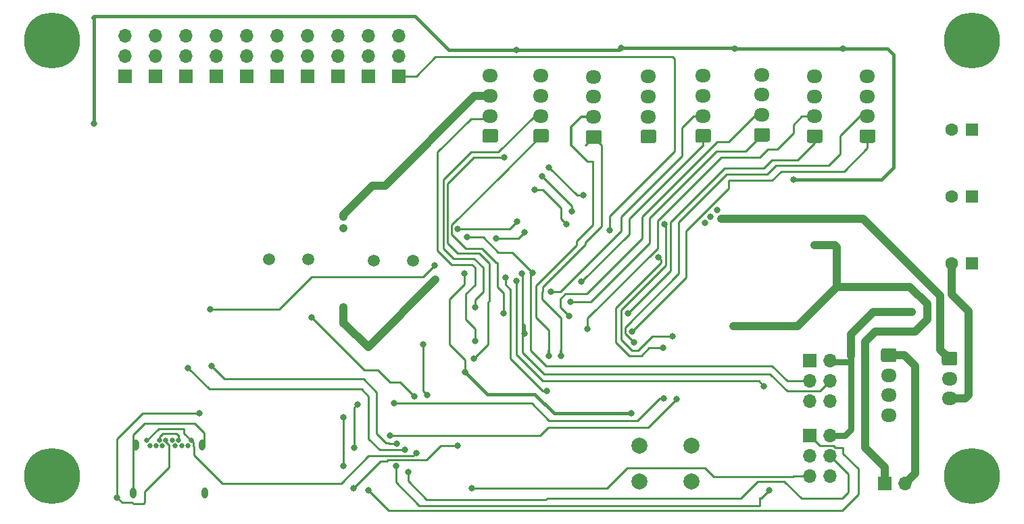
<source format=gbr>
%TF.GenerationSoftware,KiCad,Pcbnew,(5.1.9)-1*%
%TF.CreationDate,2021-03-02T01:46:48-05:00*%
%TF.ProjectId,sailboatController,7361696c-626f-4617-9443-6f6e74726f6c,rev?*%
%TF.SameCoordinates,Original*%
%TF.FileFunction,Copper,L2,Bot*%
%TF.FilePolarity,Positive*%
%FSLAX46Y46*%
G04 Gerber Fmt 4.6, Leading zero omitted, Abs format (unit mm)*
G04 Created by KiCad (PCBNEW (5.1.9)-1) date 2021-03-02 01:46:48*
%MOMM*%
%LPD*%
G01*
G04 APERTURE LIST*
%TA.AperFunction,ComponentPad*%
%ADD10O,1.700000X1.700000*%
%TD*%
%TA.AperFunction,ComponentPad*%
%ADD11R,1.700000X1.700000*%
%TD*%
%TA.AperFunction,ComponentPad*%
%ADD12C,1.600000*%
%TD*%
%TA.AperFunction,ComponentPad*%
%ADD13R,1.600000X1.600000*%
%TD*%
%TA.AperFunction,ComponentPad*%
%ADD14C,0.800000*%
%TD*%
%TA.AperFunction,ComponentPad*%
%ADD15C,7.000000*%
%TD*%
%TA.AperFunction,ComponentPad*%
%ADD16O,1.950000X1.700000*%
%TD*%
%TA.AperFunction,ComponentPad*%
%ADD17C,2.000000*%
%TD*%
%TA.AperFunction,ComponentPad*%
%ADD18C,0.650000*%
%TD*%
%TA.AperFunction,ComponentPad*%
%ADD19O,0.800000X1.400000*%
%TD*%
%TA.AperFunction,ComponentPad*%
%ADD20C,1.500000*%
%TD*%
%TA.AperFunction,ViaPad*%
%ADD21C,0.800000*%
%TD*%
%TA.AperFunction,Conductor*%
%ADD22C,0.400000*%
%TD*%
%TA.AperFunction,Conductor*%
%ADD23C,0.250000*%
%TD*%
%TA.AperFunction,Conductor*%
%ADD24C,1.000000*%
%TD*%
%TA.AperFunction,Conductor*%
%ADD25C,0.300000*%
%TD*%
%TA.AperFunction,Conductor*%
%ADD26C,0.800000*%
%TD*%
G04 APERTURE END LIST*
D10*
%TO.P,J5,2*%
%TO.N,Net-(2s_battery_pin1-Pad1)*%
X114808000Y-49149000D03*
D11*
%TO.P,J5,1*%
%TO.N,Net-(J5-Pad1)*%
X112268000Y-49149000D03*
%TD*%
D12*
%TO.P,Cb3,2*%
%TO.N,GND*%
X120690000Y-21590000D03*
D13*
%TO.P,Cb3,1*%
%TO.N,USB_VIN*%
X123190000Y-21590000D03*
%TD*%
D12*
%TO.P,Cb2,2*%
%TO.N,GND*%
X120690000Y-13208000D03*
D13*
%TO.P,Cb2,1*%
%TO.N,USB_VIN*%
X123190000Y-13208000D03*
%TD*%
D12*
%TO.P,Cb1,2*%
%TO.N,GND*%
X120690000Y-4826000D03*
D13*
%TO.P,Cb1,1*%
%TO.N,USB_VIN*%
X123190000Y-4826000D03*
%TD*%
D14*
%TO.P,H4,1*%
%TO.N,N/C*%
X125046155Y8206155D03*
X123190000Y8975000D03*
X121333845Y8206155D03*
X120565000Y6350000D03*
X121333845Y4493845D03*
X123190000Y3725000D03*
X125046155Y4493845D03*
X125815000Y6350000D03*
D15*
X123190000Y6350000D03*
%TD*%
D14*
%TO.P,H3,1*%
%TO.N,N/C*%
X9857155Y8206155D03*
X8001000Y8975000D03*
X6144845Y8206155D03*
X5376000Y6350000D03*
X6144845Y4493845D03*
X8001000Y3725000D03*
X9857155Y4493845D03*
X10626000Y6350000D03*
D15*
X8001000Y6350000D03*
%TD*%
D14*
%TO.P,H2,1*%
%TO.N,N/C*%
X9857155Y-46403845D03*
X8001000Y-45635000D03*
X6144845Y-46403845D03*
X5376000Y-48260000D03*
X6144845Y-50116155D03*
X8001000Y-50885000D03*
X9857155Y-50116155D03*
X10626000Y-48260000D03*
D15*
X8001000Y-48260000D03*
%TD*%
D14*
%TO.P,H1,1*%
%TO.N,N/C*%
X125046155Y-46403845D03*
X123190000Y-45635000D03*
X121333845Y-46403845D03*
X120565000Y-48260000D03*
X121333845Y-50116155D03*
X123190000Y-50885000D03*
X125046155Y-50116155D03*
X125815000Y-48260000D03*
D15*
X123190000Y-48260000D03*
%TD*%
D16*
%TO.P,Windvane1,4*%
%TO.N,Net-(JP2-Pad2)*%
X89535000Y1912000D03*
%TO.P,Windvane1,3*%
%TO.N,GND*%
X89535000Y-588000D03*
%TO.P,Windvane1,2*%
%TO.N,Int0_B*%
X89535000Y-3088000D03*
%TO.P,Windvane1,1*%
%TO.N,Int0_A*%
%TA.AperFunction,ComponentPad*%
G36*
G01*
X90260000Y-6438000D02*
X88810000Y-6438000D01*
G75*
G02*
X88560000Y-6188000I0J250000D01*
G01*
X88560000Y-4988000D01*
G75*
G02*
X88810000Y-4738000I250000J0D01*
G01*
X90260000Y-4738000D01*
G75*
G02*
X90510000Y-4988000I0J-250000D01*
G01*
X90510000Y-6188000D01*
G75*
G02*
X90260000Y-6438000I-250000J0D01*
G01*
G37*
%TD.AperFunction*%
%TD*%
%TO.P,Transceiver1,4*%
%TO.N,Net-(JP8-Pad2)*%
X82677000Y1825000D03*
%TO.P,Transceiver1,3*%
%TO.N,GND*%
X82677000Y-675000D03*
%TO.P,Transceiver1,2*%
%TO.N,wireless_tx*%
X82677000Y-3175000D03*
%TO.P,Transceiver1,1*%
%TO.N,wireless_rx*%
%TA.AperFunction,ComponentPad*%
G36*
G01*
X83402000Y-6525000D02*
X81952000Y-6525000D01*
G75*
G02*
X81702000Y-6275000I0J250000D01*
G01*
X81702000Y-5075000D01*
G75*
G02*
X81952000Y-4825000I250000J0D01*
G01*
X83402000Y-4825000D01*
G75*
G02*
X83652000Y-5075000I0J-250000D01*
G01*
X83652000Y-6275000D01*
G75*
G02*
X83402000Y-6525000I-250000J0D01*
G01*
G37*
%TD.AperFunction*%
%TD*%
%TO.P,GPS1,4*%
%TO.N,Net-(GPS1-Pad4)*%
X62865000Y1912000D03*
%TO.P,GPS1,3*%
%TO.N,GND*%
X62865000Y-588000D03*
%TO.P,GPS1,2*%
%TO.N,GPStx*%
X62865000Y-3088000D03*
%TO.P,GPS1,1*%
%TO.N,GPSrx*%
%TA.AperFunction,ComponentPad*%
G36*
G01*
X63590000Y-6438000D02*
X62140000Y-6438000D01*
G75*
G02*
X61890000Y-6188000I0J250000D01*
G01*
X61890000Y-4988000D01*
G75*
G02*
X62140000Y-4738000I250000J0D01*
G01*
X63590000Y-4738000D01*
G75*
G02*
X63840000Y-4988000I0J-250000D01*
G01*
X63840000Y-6188000D01*
G75*
G02*
X63590000Y-6438000I-250000J0D01*
G01*
G37*
%TD.AperFunction*%
%TD*%
%TO.P,extraSerial1,4*%
%TO.N,Net-(JP4-Pad2)*%
X75819000Y1785000D03*
%TO.P,extraSerial1,3*%
%TO.N,GND*%
X75819000Y-715000D03*
%TO.P,extraSerial1,2*%
%TO.N,extraTX*%
X75819000Y-3215000D03*
%TO.P,extraSerial1,1*%
%TO.N,extraRX*%
%TA.AperFunction,ComponentPad*%
G36*
G01*
X76544000Y-6565000D02*
X75094000Y-6565000D01*
G75*
G02*
X74844000Y-6315000I0J250000D01*
G01*
X74844000Y-5115000D01*
G75*
G02*
X75094000Y-4865000I250000J0D01*
G01*
X76544000Y-4865000D01*
G75*
G02*
X76794000Y-5115000I0J-250000D01*
G01*
X76794000Y-6315000D01*
G75*
G02*
X76544000Y-6565000I-250000J0D01*
G01*
G37*
%TD.AperFunction*%
%TD*%
%TO.P,Extra2,4*%
%TO.N,Net-(Extra2-Pad4)*%
X110109000Y1865000D03*
%TO.P,Extra2,3*%
%TO.N,GND*%
X110109000Y-635000D03*
%TO.P,Extra2,2*%
%TO.N,Int3_B*%
X110109000Y-3135000D03*
%TO.P,Extra2,1*%
%TO.N,Int3_A*%
%TA.AperFunction,ComponentPad*%
G36*
G01*
X110834000Y-6485000D02*
X109384000Y-6485000D01*
G75*
G02*
X109134000Y-6235000I0J250000D01*
G01*
X109134000Y-5035000D01*
G75*
G02*
X109384000Y-4785000I250000J0D01*
G01*
X110834000Y-4785000D01*
G75*
G02*
X111084000Y-5035000I0J-250000D01*
G01*
X111084000Y-6235000D01*
G75*
G02*
X110834000Y-6485000I-250000J0D01*
G01*
G37*
%TD.AperFunction*%
%TD*%
%TO.P,Extra1,4*%
%TO.N,Net-(Extra1-Pad4)*%
X103505000Y1865000D03*
%TO.P,Extra1,3*%
%TO.N,GND*%
X103505000Y-635000D03*
%TO.P,Extra1,2*%
%TO.N,Int2_B*%
X103505000Y-3135000D03*
%TO.P,Extra1,1*%
%TO.N,Int2_A*%
%TA.AperFunction,ComponentPad*%
G36*
G01*
X104230000Y-6485000D02*
X102780000Y-6485000D01*
G75*
G02*
X102530000Y-6235000I0J250000D01*
G01*
X102530000Y-5035000D01*
G75*
G02*
X102780000Y-4785000I250000J0D01*
G01*
X104230000Y-4785000D01*
G75*
G02*
X104480000Y-5035000I0J-250000D01*
G01*
X104480000Y-6235000D01*
G75*
G02*
X104230000Y-6485000I-250000J0D01*
G01*
G37*
%TD.AperFunction*%
%TD*%
%TO.P,BNO55,4*%
%TO.N,Net-(BNO55-Pad4)*%
X69215000Y1912000D03*
%TO.P,BNO55,3*%
%TO.N,GND*%
X69215000Y-588000D03*
%TO.P,BNO55,2*%
%TO.N,2560_SDA*%
X69215000Y-3088000D03*
%TO.P,BNO55,1*%
%TO.N,2560_SCL*%
%TA.AperFunction,ComponentPad*%
G36*
G01*
X69940000Y-6438000D02*
X68490000Y-6438000D01*
G75*
G02*
X68240000Y-6188000I0J250000D01*
G01*
X68240000Y-4988000D01*
G75*
G02*
X68490000Y-4738000I250000J0D01*
G01*
X69940000Y-4738000D01*
G75*
G02*
X70190000Y-4988000I0J-250000D01*
G01*
X70190000Y-6188000D01*
G75*
G02*
X69940000Y-6438000I-250000J0D01*
G01*
G37*
%TD.AperFunction*%
%TD*%
%TO.P,Anemometer1,4*%
%TO.N,Net-(Anemometer1-Pad4)*%
X96901000Y2039000D03*
%TO.P,Anemometer1,3*%
%TO.N,GND*%
X96901000Y-461000D03*
%TO.P,Anemometer1,2*%
%TO.N,Int1_B*%
X96901000Y-2961000D03*
%TO.P,Anemometer1,1*%
%TO.N,Int1_A*%
%TA.AperFunction,ComponentPad*%
G36*
G01*
X97626000Y-6311000D02*
X96176000Y-6311000D01*
G75*
G02*
X95926000Y-6061000I0J250000D01*
G01*
X95926000Y-4861000D01*
G75*
G02*
X96176000Y-4611000I250000J0D01*
G01*
X97626000Y-4611000D01*
G75*
G02*
X97876000Y-4861000I0J-250000D01*
G01*
X97876000Y-6061000D01*
G75*
G02*
X97626000Y-6311000I-250000J0D01*
G01*
G37*
%TD.AperFunction*%
%TD*%
%TO.P,3S_battery_pin1,4*%
%TO.N,GND*%
X112776000Y-40600000D03*
%TO.P,3S_battery_pin1,3*%
%TO.N,N/C*%
X112776000Y-38100000D03*
%TO.P,3S_battery_pin1,2*%
X112776000Y-35600000D03*
%TO.P,3S_battery_pin1,1*%
%TO.N,Net-(2s_battery_pin1-Pad1)*%
%TA.AperFunction,ComponentPad*%
G36*
G01*
X112051000Y-32250000D02*
X113501000Y-32250000D01*
G75*
G02*
X113751000Y-32500000I0J-250000D01*
G01*
X113751000Y-33700000D01*
G75*
G02*
X113501000Y-33950000I-250000J0D01*
G01*
X112051000Y-33950000D01*
G75*
G02*
X111801000Y-33700000I0J250000D01*
G01*
X111801000Y-32500000D01*
G75*
G02*
X112051000Y-32250000I250000J0D01*
G01*
G37*
%TD.AperFunction*%
%TD*%
%TO.P,2s_battery_pin1,3*%
%TO.N,GND*%
X120396000Y-38528000D03*
%TO.P,2s_battery_pin1,2*%
%TO.N,N/C*%
X120396000Y-36028000D03*
%TO.P,2s_battery_pin1,1*%
%TO.N,Net-(2s_battery_pin1-Pad1)*%
%TA.AperFunction,ComponentPad*%
G36*
G01*
X119671000Y-32678000D02*
X121121000Y-32678000D01*
G75*
G02*
X121371000Y-32928000I0J-250000D01*
G01*
X121371000Y-34128000D01*
G75*
G02*
X121121000Y-34378000I-250000J0D01*
G01*
X119671000Y-34378000D01*
G75*
G02*
X119421000Y-34128000I0J250000D01*
G01*
X119421000Y-32928000D01*
G75*
G02*
X119671000Y-32678000I250000J0D01*
G01*
G37*
%TD.AperFunction*%
%TD*%
D17*
%TO.P,SW1,1*%
%TO.N,2560_RESET*%
X88034000Y-44450000D03*
%TO.P,SW1,3*%
%TO.N,GND*%
X88034000Y-48950000D03*
%TO.P,SW1,2*%
%TO.N,2560_RESET*%
X81534000Y-44450000D03*
%TO.P,SW1,4*%
%TO.N,GND*%
X81534000Y-48950000D03*
%TD*%
D11*
%TO.P,PWM_I/O10,1*%
%TO.N,PWM9*%
X17145000Y1905000D03*
D10*
%TO.P,PWM_I/O10,2*%
%TO.N,USB_VIN*%
X17145000Y4445000D03*
%TO.P,PWM_I/O10,3*%
%TO.N,GND*%
X17145000Y6985000D03*
%TD*%
D11*
%TO.P,PWM_I/O9,1*%
%TO.N,PWM8*%
X20955000Y1905000D03*
D10*
%TO.P,PWM_I/O9,2*%
%TO.N,USB_VIN*%
X20955000Y4445000D03*
%TO.P,PWM_I/O9,3*%
%TO.N,GND*%
X20955000Y6985000D03*
%TD*%
D11*
%TO.P,PWM_I/O8,1*%
%TO.N,PWM7*%
X24765000Y1905000D03*
D10*
%TO.P,PWM_I/O8,2*%
%TO.N,USB_VIN*%
X24765000Y4445000D03*
%TO.P,PWM_I/O8,3*%
%TO.N,GND*%
X24765000Y6985000D03*
%TD*%
D11*
%TO.P,PWM_I/O7,1*%
%TO.N,PWM6*%
X28575000Y1905000D03*
D10*
%TO.P,PWM_I/O7,2*%
%TO.N,USB_VIN*%
X28575000Y4445000D03*
%TO.P,PWM_I/O7,3*%
%TO.N,GND*%
X28575000Y6985000D03*
%TD*%
D11*
%TO.P,PWM_I/O6,1*%
%TO.N,PWM5*%
X32385000Y1905000D03*
D10*
%TO.P,PWM_I/O6,2*%
%TO.N,USB_VIN*%
X32385000Y4445000D03*
%TO.P,PWM_I/O6,3*%
%TO.N,GND*%
X32385000Y6985000D03*
%TD*%
D11*
%TO.P,PWM_I/O5,1*%
%TO.N,PWM4*%
X36195000Y1905000D03*
D10*
%TO.P,PWM_I/O5,2*%
%TO.N,USB_VIN*%
X36195000Y4445000D03*
%TO.P,PWM_I/O5,3*%
%TO.N,GND*%
X36195000Y6985000D03*
%TD*%
D11*
%TO.P,PWM_I/O4,1*%
%TO.N,PWM3*%
X47625000Y1905000D03*
D10*
%TO.P,PWM_I/O4,2*%
%TO.N,USB_VIN*%
X47625000Y4445000D03*
%TO.P,PWM_I/O4,3*%
%TO.N,GND*%
X47625000Y6985000D03*
%TD*%
D11*
%TO.P,PWM_I/O3,1*%
%TO.N,PWM2*%
X51435000Y1905000D03*
D10*
%TO.P,PWM_I/O3,2*%
%TO.N,USB_VIN*%
X51435000Y4445000D03*
%TO.P,PWM_I/O3,3*%
%TO.N,GND*%
X51435000Y6985000D03*
%TD*%
D11*
%TO.P,PWM_I/O2,1*%
%TO.N,PWM1*%
X40005000Y1905000D03*
D10*
%TO.P,PWM_I/O2,2*%
%TO.N,USB_VIN*%
X40005000Y4445000D03*
%TO.P,PWM_I/O2,3*%
%TO.N,GND*%
X40005000Y6985000D03*
%TD*%
D11*
%TO.P,PWM_I/O1,1*%
%TO.N,PWM0*%
X43815000Y1905000D03*
D10*
%TO.P,PWM_I/O1,2*%
%TO.N,USB_VIN*%
X43815000Y4445000D03*
%TO.P,PWM_I/O1,3*%
%TO.N,GND*%
X43815000Y6985000D03*
%TD*%
D18*
%TO.P,J3,B11*%
%TO.N,N/C*%
X20206000Y-44488000D03*
%TO.P,J3,B10*%
X21006000Y-44488000D03*
%TO.P,J3,B8*%
X21806000Y-44488000D03*
%TO.P,J3,B5*%
%TO.N,Net-(J3-PadB5)*%
X23406000Y-44488000D03*
%TO.P,J3,B3*%
%TO.N,N/C*%
X24206000Y-44488000D03*
%TO.P,J3,B2*%
X25006000Y-44488000D03*
%TO.P,J3,B12*%
%TO.N,usb_ground*%
X19806000Y-43788000D03*
%TO.P,J3,B9*%
%TO.N,Net-(500ma1-Pad2)*%
X21406000Y-43788000D03*
%TO.P,J3,B7*%
%TO.N,Net-(J3-PadA7)*%
X22206000Y-43788000D03*
%TO.P,J3,B6*%
%TO.N,Net-(J3-PadA6)*%
X23006000Y-43788000D03*
%TO.P,J3,B4*%
%TO.N,Net-(500ma1-Pad2)*%
X23806000Y-43788000D03*
%TO.P,J3,B1*%
%TO.N,usb_ground*%
X25406000Y-43788000D03*
D19*
%TO.P,J3,S1*%
%TO.N,Net-(J3-PadS1)*%
X18116000Y-50338000D03*
X27096000Y-50338000D03*
X26736000Y-44388000D03*
X18476000Y-44388000D03*
%TD*%
D10*
%TO.P,J2,6*%
%TO.N,GND*%
X105410000Y-38862000D03*
%TO.P,J2,5*%
%TO.N,2560_RESET*%
X102870000Y-38862000D03*
%TO.P,J2,4*%
%TO.N,2560_MOSI*%
X105410000Y-36322000D03*
%TO.P,J2,3*%
%TO.N,2560_SCK*%
X102870000Y-36322000D03*
%TO.P,J2,2*%
%TO.N,USB_VIN*%
X105410000Y-33782000D03*
D11*
%TO.P,J2,1*%
%TO.N,2560_MISO*%
X102870000Y-33782000D03*
%TD*%
D10*
%TO.P,J1,6*%
%TO.N,GND*%
X105410000Y-48260000D03*
%TO.P,J1,5*%
%TO.N,8U2_RESET*%
X102870000Y-48260000D03*
%TO.P,J1,4*%
%TO.N,8U2_MOSI*%
X105410000Y-45720000D03*
%TO.P,J1,3*%
%TO.N,8U2_SCK*%
X102870000Y-45720000D03*
%TO.P,J1,2*%
%TO.N,USB_VIN*%
X105410000Y-43180000D03*
D11*
%TO.P,J1,1*%
%TO.N,8U2_MISO*%
X102870000Y-43180000D03*
%TD*%
D20*
%TO.P,Crystal2,2*%
%TO.N,atmega2560_clockPinA*%
X53140000Y-21209000D03*
%TO.P,Crystal2,1*%
%TO.N,atmega2560_clockPinB*%
X48260000Y-21209000D03*
%TD*%
%TO.P,Crystal1,2*%
%TO.N,8U2_XTAL2*%
X40059000Y-21082000D03*
%TO.P,Crystal1,1*%
%TO.N,8U2_XTAL1*%
X35179000Y-21082000D03*
%TD*%
D21*
%TO.N,GND*%
X47561500Y-32067500D03*
X44450000Y-46990000D03*
X44450000Y-40894000D03*
X56007000Y-23622000D03*
X44450000Y-17145000D03*
X44450000Y-15748000D03*
X44450000Y-29083000D03*
X44450000Y-28067000D03*
X44450000Y-27051000D03*
%TO.N,Net-(2s_battery_pin1-Pad1)*%
X91313000Y-14859000D03*
X91821000Y-16002000D03*
X90424000Y-15748000D03*
X89780000Y-16519000D03*
%TO.N,+3V3*%
X93472000Y5334000D03*
X107031000Y5334000D03*
X79218000Y5461000D03*
X66167000Y5207000D03*
X100838000Y-11049000D03*
X13208000Y-4064000D03*
%TO.N,Int1_B*%
X72771000Y-28194000D03*
%TO.N,Int1_A*%
X72898000Y-26416000D03*
%TO.N,Int3_B*%
X80899000Y-31496000D03*
%TO.N,Int3_A*%
X80645000Y-30099000D03*
%TO.N,2560_SDA*%
X60960000Y-27051000D03*
%TO.N,2560_SCL*%
X64516000Y-27813000D03*
%TO.N,8U2_XTAL1*%
X54997000Y-38106000D03*
X54483000Y-31750000D03*
%TO.N,8U2_XTAL2*%
X40513000Y-28321000D03*
X53340000Y-38227000D03*
%TO.N,usb_ground*%
X53613000Y-45358000D03*
%TO.N,Net-(C5-Pad2)*%
X45847000Y-44704000D03*
X46228000Y-39243000D03*
%TO.N,GPStx*%
X61006010Y-31288010D03*
%TO.N,GPSrx*%
X60833000Y-33528000D03*
X64643000Y-8255000D03*
%TO.N,extraTX*%
X70231000Y-33147000D03*
%TO.N,extraRX*%
X71755000Y-33147000D03*
%TO.N,8U2_RESET*%
X60579000Y-49784000D03*
%TO.N,8U2_MOSI*%
X52572000Y-47758000D03*
%TO.N,8U2_SCK*%
X51022000Y-46958000D03*
X97790000Y-50038000D03*
%TO.N,8U2_MISO*%
X47625000Y-50038000D03*
%TO.N,2560_RESET*%
X59690000Y-35179000D03*
X80518000Y-40386000D03*
X59589501Y-22833499D03*
%TO.N,2560_MOSI*%
X66802000Y-22860000D03*
X67183000Y-30353000D03*
%TO.N,2560_SCK*%
X68199000Y-22733000D03*
X59944000Y-18288000D03*
%TO.N,2560_MISO*%
X66167000Y-23749000D03*
X97155000Y-36957000D03*
X58801000Y-17272000D03*
X66230500Y-16319500D03*
%TO.N,Net-(J3-PadA7)*%
X16129000Y-50927000D03*
X26416000Y-40386000D03*
%TO.N,PWM0*%
X73088500Y-15049500D03*
X69342000Y-10668000D03*
%TO.N,PWM1*%
X72390000Y-16637000D03*
X68453000Y-12319000D03*
%TO.N,PWM2*%
X77851000Y-17399000D03*
%TO.N,PWM3*%
X74485000Y-13017000D03*
X70231000Y-9525000D03*
%TO.N,USB_D-*%
X51181000Y-44196000D03*
X27940000Y-34417000D03*
%TO.N,USB_D+*%
X52197000Y-44958000D03*
X25019000Y-34671000D03*
%TO.N,Net-(R9-Pad2)*%
X50800000Y-39116000D03*
X84582000Y-38481000D03*
%TO.N,ProgrammerRx*%
X84518500Y-32194500D03*
X83947000Y-20828000D03*
%TO.N,Net-(R10-Pad2)*%
X50292000Y-43180000D03*
X86233000Y-38608000D03*
%TO.N,ProgrammerTx*%
X85725000Y-30734000D03*
X84645500Y-16700500D03*
%TO.N,2560_CS*%
X27813000Y-27305000D03*
X55880000Y-21844000D03*
X67183000Y-17653000D03*
X63627000Y-18415000D03*
%TO.N,Int0_A*%
X74295000Y-23876000D03*
%TO.N,Int0_B*%
X70485000Y-25146000D03*
%TO.N,Int2_A*%
X80137000Y-27813000D03*
%TO.N,Int2_B*%
X75025000Y-29813000D03*
%TO.N,USB_VIN*%
X115697000Y-27686000D03*
X45720000Y-49784000D03*
X58801000Y-44450000D03*
X69977000Y-37592000D03*
X64738556Y-23336556D03*
%TO.N,Net-(J5-Pad1)*%
X103505000Y-19304000D03*
X104521000Y-19304000D03*
X105283000Y-19304000D03*
X106299000Y-19558000D03*
X93345000Y-29464000D03*
X94488000Y-29464000D03*
X95758000Y-29464000D03*
X97536000Y-29464000D03*
X98806000Y-29464000D03*
X99949000Y-29464000D03*
X100965000Y-29464000D03*
%TD*%
D22*
%TO.N,GND*%
X56070500Y-23558500D02*
X56007000Y-23622000D01*
D23*
X44450000Y-46990000D02*
X44450000Y-40894000D01*
X44450000Y-40894000D02*
X44450000Y-40894000D01*
D24*
X120396000Y-38528000D02*
X122381000Y-38528000D01*
X122381000Y-38528000D02*
X122809000Y-38100000D01*
X122809000Y-38100000D02*
X122809000Y-27559000D01*
X120690000Y-25440000D02*
X120690000Y-21590000D01*
X122809000Y-27559000D02*
X120690000Y-25440000D01*
X60890000Y-588000D02*
X49667000Y-11811000D01*
X62865000Y-588000D02*
X60890000Y-588000D01*
X49667000Y-11811000D02*
X48133000Y-11811000D01*
X48133000Y-11811000D02*
X44450000Y-15494000D01*
X44450000Y-15494000D02*
X44450000Y-15748000D01*
X44450000Y-17145000D02*
X44450000Y-17145000D01*
X44450000Y-27051000D02*
X44450000Y-29083000D01*
X44577000Y-29083000D02*
X47561500Y-32067500D01*
X44450000Y-29083000D02*
X44577000Y-29083000D01*
X47561500Y-32067500D02*
X56007000Y-23622000D01*
%TO.N,Net-(2s_battery_pin1-Pad1)*%
X112776000Y-33100000D02*
X114761000Y-33100000D01*
X114761000Y-33100000D02*
X116078000Y-34417000D01*
X116078000Y-47879000D02*
X114808000Y-49149000D01*
X116078000Y-34417000D02*
X116078000Y-47879000D01*
X119253000Y-32385000D02*
X120396000Y-33528000D01*
X119253000Y-25654000D02*
X119253000Y-32385000D01*
X109601000Y-16002000D02*
X119253000Y-25654000D01*
X91821000Y-16002000D02*
X109601000Y-16002000D01*
D23*
%TO.N,Net-(500ma1-Pad2)*%
X23806000Y-43328381D02*
X23876000Y-43258381D01*
X23806000Y-43788000D02*
X23806000Y-43328381D01*
X23876000Y-43258381D02*
X23543619Y-42926000D01*
X21406000Y-43328381D02*
X21406000Y-43788000D01*
X21808381Y-42926000D02*
X21406000Y-43328381D01*
X23543619Y-42926000D02*
X21808381Y-42926000D01*
D22*
%TO.N,+3V3*%
X78964000Y5207000D02*
X79218000Y5461000D01*
X66167000Y5207000D02*
X78964000Y5207000D01*
X93345000Y5461000D02*
X93472000Y5334000D01*
X79218000Y5461000D02*
X93345000Y5461000D01*
X93472000Y5334000D02*
X107031000Y5334000D01*
X107031000Y5334000D02*
X112649000Y5334000D01*
X112649000Y5334000D02*
X113411000Y4572000D01*
X113411000Y4572000D02*
X113411000Y-4577256D01*
X113411000Y-4577256D02*
X113411000Y-9525000D01*
X113411000Y-9525000D02*
X111887000Y-11049000D01*
X111887000Y-11049000D02*
X100838000Y-11049000D01*
X100838000Y-11049000D02*
X100838000Y-11049000D01*
X66167000Y5207000D02*
X57658000Y5207000D01*
X57658000Y5207000D02*
X53467000Y9398000D01*
X53467000Y9398000D02*
X13208000Y9398000D01*
X13208000Y9398000D02*
X13081000Y9271000D01*
X13208000Y9398000D02*
X13208000Y-4064000D01*
X13208000Y-4064000D02*
X13208000Y-4064000D01*
D23*
%TO.N,Int1_B*%
X96901000Y-2961000D02*
X96099000Y-2961000D01*
X96099000Y-2961000D02*
X92710000Y-6350000D01*
X92710000Y-6350000D02*
X91313000Y-6350000D01*
X91313000Y-6350000D02*
X81915000Y-15748000D01*
X81915000Y-15748000D02*
X81915000Y-18415000D01*
X72771000Y-28194000D02*
X71628000Y-27051000D01*
X71628000Y-27051000D02*
X71628000Y-26035000D01*
X71628000Y-26035000D02*
X72263000Y-25400000D01*
X74930000Y-25400000D02*
X81915000Y-18415000D01*
X72263000Y-25400000D02*
X74930000Y-25400000D01*
%TO.N,Int1_A*%
X72898000Y-26416000D02*
X75438000Y-26416000D01*
X75438000Y-26416000D02*
X82804000Y-19050000D01*
X82804000Y-19050000D02*
X82804000Y-15875000D01*
X82804000Y-15875000D02*
X91186000Y-7493000D01*
X94869000Y-7493000D02*
X96901000Y-5461000D01*
X91186000Y-7493000D02*
X94869000Y-7493000D01*
%TO.N,Int3_B*%
X110109000Y-3135000D02*
X109133000Y-3135000D01*
X109133000Y-3135000D02*
X106680000Y-5588000D01*
X106680000Y-7874000D02*
X105283000Y-9271000D01*
X106680000Y-5588000D02*
X106680000Y-7874000D01*
X105283000Y-9271000D02*
X98679000Y-9271000D01*
X98679000Y-9271000D02*
X97536000Y-10414000D01*
X97536000Y-10414000D02*
X92456000Y-10414000D01*
X92456000Y-10414000D02*
X86487000Y-16383000D01*
X86487000Y-16383000D02*
X86487000Y-22860000D01*
X86487000Y-22860000D02*
X79756000Y-29591000D01*
X79756000Y-29591000D02*
X79756000Y-30353000D01*
X79756000Y-30353000D02*
X80899000Y-31496000D01*
X80899000Y-31496000D02*
X80899000Y-31496000D01*
%TO.N,Int3_A*%
X110109000Y-5635000D02*
X110109000Y-7112000D01*
X110109000Y-7112000D02*
X107188000Y-10033000D01*
X107188000Y-10033000D02*
X99314000Y-10033000D01*
X99314000Y-10033000D02*
X98171000Y-11176000D01*
X98171000Y-11176000D02*
X92710000Y-11176000D01*
X92710000Y-12228765D02*
X87376000Y-17562765D01*
X92710000Y-11176000D02*
X92710000Y-12228765D01*
X87376000Y-17562765D02*
X87376000Y-23368000D01*
X87376000Y-23368000D02*
X80645000Y-30099000D01*
X80645000Y-30099000D02*
X80645000Y-30099000D01*
%TO.N,2560_SDA*%
X60960000Y-27051000D02*
X60960000Y-26162000D01*
X60960000Y-26162000D02*
X61976000Y-25146000D01*
X61976000Y-25146000D02*
X61976000Y-22098000D01*
X61976000Y-22098000D02*
X60833000Y-20955000D01*
X60833000Y-20955000D02*
X58293000Y-20955000D01*
X58293000Y-20955000D02*
X57023000Y-19685000D01*
X57023000Y-19685000D02*
X57023000Y-11049000D01*
X57023000Y-11049000D02*
X60452000Y-7620000D01*
X60452000Y-7620000D02*
X63881000Y-7620000D01*
X68413000Y-3088000D02*
X69215000Y-3088000D01*
X63881000Y-7620000D02*
X68413000Y-3088000D01*
%TO.N,2560_SCL*%
X64516000Y-27813000D02*
X64516000Y-25273000D01*
X64516000Y-25273000D02*
X63754000Y-24511000D01*
X63754000Y-24511000D02*
X63754000Y-21463000D01*
X63754000Y-21463000D02*
X63627000Y-21463000D01*
X63627000Y-21463000D02*
X61849000Y-19685000D01*
X61849000Y-19685000D02*
X59817000Y-19685000D01*
X59817000Y-19685000D02*
X58039000Y-17907000D01*
X58039000Y-16764000D02*
X64579500Y-10223500D01*
X58039000Y-17907000D02*
X58039000Y-16764000D01*
X64579500Y-10223500D02*
X69215000Y-5588000D01*
X63754000Y-11049000D02*
X64579500Y-10223500D01*
%TO.N,8U2_XTAL1*%
X54483000Y-37592000D02*
X54997000Y-38106000D01*
X54483000Y-31750000D02*
X54483000Y-37592000D01*
%TO.N,8U2_XTAL2*%
X53340000Y-38227000D02*
X51562000Y-36449000D01*
X51562000Y-36449000D02*
X50292000Y-36449000D01*
X50292000Y-36449000D02*
X48768000Y-34925000D01*
X47117000Y-34925000D02*
X40513000Y-28321000D01*
X48768000Y-34925000D02*
X47117000Y-34925000D01*
%TO.N,usb_ground*%
X19806000Y-43788000D02*
X21303000Y-42291000D01*
X21303000Y-42291000D02*
X24511000Y-42291000D01*
X24511000Y-42893000D02*
X25406000Y-43788000D01*
X24511000Y-42291000D02*
X24511000Y-42893000D01*
X53613000Y-45358000D02*
X53213001Y-45757999D01*
X25656001Y-44038001D02*
X25406000Y-43788000D01*
X25656001Y-44452001D02*
X25656001Y-44038001D01*
X25781000Y-44577000D02*
X25656001Y-44452001D01*
X25781000Y-45593000D02*
X25781000Y-44577000D01*
X53213001Y-45757999D02*
X47587001Y-45757999D01*
X47587001Y-45757999D02*
X44196000Y-49149000D01*
X44196000Y-49149000D02*
X29337000Y-49149000D01*
X29337000Y-49149000D02*
X27051000Y-46863000D01*
X27051000Y-46863000D02*
X25781000Y-45593000D01*
X27305000Y-47117000D02*
X27051000Y-46863000D01*
%TO.N,Net-(C5-Pad2)*%
X45847000Y-44704000D02*
X45847000Y-39624000D01*
X45847000Y-39624000D02*
X46228000Y-39243000D01*
X46228000Y-39243000D02*
X46228000Y-39243000D01*
%TO.N,GPStx*%
X61006010Y-31288010D02*
X61006010Y-29764010D01*
X61006010Y-29764010D02*
X59817000Y-28575000D01*
X59817000Y-28575000D02*
X59817000Y-25400000D01*
X59817000Y-25400000D02*
X60960000Y-24257000D01*
X62524000Y-3429000D02*
X62865000Y-3088000D01*
X60452000Y-3429000D02*
X62524000Y-3429000D01*
X60960000Y-24257000D02*
X60960000Y-22098000D01*
X60960000Y-22098000D02*
X60579000Y-21717000D01*
X60579000Y-21717000D02*
X58039000Y-21717000D01*
X58039000Y-21717000D02*
X56261000Y-19939000D01*
X56261000Y-7620000D02*
X60452000Y-3429000D01*
X56261000Y-19939000D02*
X56261000Y-7620000D01*
%TO.N,GPSrx*%
X62738000Y-5715000D02*
X62865000Y-5588000D01*
X60833000Y-33528000D02*
X62611000Y-31750000D01*
X62611000Y-31750000D02*
X62611000Y-26416000D01*
X62611000Y-26416000D02*
X62738000Y-26289000D01*
X62738000Y-26289000D02*
X62738000Y-21590000D01*
X62738000Y-21590000D02*
X61468000Y-20320000D01*
X61468000Y-20320000D02*
X58801000Y-20320000D01*
X58801000Y-20320000D02*
X57531000Y-19050000D01*
X57531000Y-19050000D02*
X57531000Y-11557000D01*
X57531000Y-11557000D02*
X60833000Y-8255000D01*
X60833000Y-8255000D02*
X64643000Y-8255000D01*
X64643000Y-8255000D02*
X64643000Y-8255000D01*
D25*
%TO.N,extraTX*%
X70231000Y-33147000D02*
X70231000Y-32512000D01*
X74255000Y-3215000D02*
X75819000Y-3215000D01*
X73025000Y-4445000D02*
X74255000Y-3215000D01*
X73025000Y-6731000D02*
X73025000Y-6477000D01*
X73025000Y-6477000D02*
X73025000Y-4445000D01*
D23*
X73660000Y-19304000D02*
X68580000Y-24384000D01*
X68580000Y-24384000D02*
X68580000Y-28321000D01*
X70231000Y-29972000D02*
X70231000Y-33147000D01*
X68580000Y-28321000D02*
X70231000Y-29972000D01*
X73660000Y-19304000D02*
X73660000Y-18796000D01*
X73660000Y-18796000D02*
X75692000Y-16764000D01*
X75692000Y-16764000D02*
X75692000Y-8763000D01*
X75692000Y-8763000D02*
X75057000Y-8763000D01*
X75057000Y-8763000D02*
X73025000Y-6731000D01*
D25*
%TO.N,extraRX*%
X71755000Y-33147000D02*
X71755000Y-32512000D01*
D23*
X74803000Y-6731000D02*
X75819000Y-5715000D01*
X69469000Y-24511000D02*
X74803000Y-19177000D01*
X69469000Y-25088998D02*
X69469000Y-24511000D01*
X69342000Y-25215998D02*
X69469000Y-25088998D01*
X71755000Y-28448000D02*
X69342000Y-26035000D01*
X69342000Y-26035000D02*
X69342000Y-25215998D01*
X71755000Y-33147000D02*
X71755000Y-28448000D01*
X74803000Y-19177000D02*
X74803000Y-18923000D01*
X74803000Y-18923000D02*
X76835000Y-16891000D01*
X76835000Y-6731000D02*
X75819000Y-5715000D01*
X76835000Y-16891000D02*
X76835000Y-6731000D01*
%TO.N,8U2_RESET*%
X102870000Y-48260000D02*
X100838000Y-48260000D01*
X100784001Y-48313999D02*
X90858999Y-48313999D01*
X100838000Y-48260000D02*
X100784001Y-48313999D01*
X90858999Y-48313999D02*
X89789000Y-47244000D01*
X89789000Y-47244000D02*
X80010000Y-47244000D01*
X80010000Y-47244000D02*
X77470000Y-49784000D01*
X77470000Y-49784000D02*
X60579000Y-49784000D01*
X60579000Y-49784000D02*
X60579000Y-49784000D01*
%TO.N,8U2_MOSI*%
X52572000Y-47758000D02*
X52572000Y-48889000D01*
X52572000Y-48889000D02*
X54864000Y-51181000D01*
X69850000Y-51181000D02*
X69977000Y-51054000D01*
X54864000Y-51181000D02*
X69850000Y-51181000D01*
X106934000Y-51054000D02*
X107696000Y-50292000D01*
X107696000Y-48006000D02*
X105410000Y-45720000D01*
X107696000Y-50292000D02*
X107696000Y-48006000D01*
X69977000Y-51054000D02*
X94234000Y-51054000D01*
X94234000Y-51054000D02*
X96393000Y-48895000D01*
X96393000Y-48895000D02*
X99695000Y-48895000D01*
X101854000Y-51054000D02*
X106934000Y-51054000D01*
X99695000Y-48895000D02*
X101854000Y-51054000D01*
%TO.N,8U2_SCK*%
X51022000Y-46958000D02*
X51022000Y-48990000D01*
X51022000Y-48990000D02*
X53975000Y-51943000D01*
X53975000Y-51943000D02*
X96647000Y-51943000D01*
X96647000Y-51943000D02*
X96647000Y-51054000D01*
X96647000Y-51054000D02*
X96647000Y-50927000D01*
X96647000Y-51054000D02*
X96774000Y-51054000D01*
X96774000Y-51054000D02*
X97790000Y-50038000D01*
X97790000Y-50038000D02*
X97790000Y-50038000D01*
%TO.N,8U2_MISO*%
X47625000Y-50038000D02*
X50165000Y-52578000D01*
X50165000Y-52578000D02*
X106934000Y-52578000D01*
X106934000Y-52578000D02*
X108966000Y-50546000D01*
X108966000Y-47347000D02*
X107061000Y-45442000D01*
X108966000Y-50546000D02*
X108966000Y-47347000D01*
X107061000Y-45442000D02*
X107061000Y-44704000D01*
X106133002Y-44704000D02*
X105879002Y-44450000D01*
X107061000Y-44704000D02*
X106133002Y-44704000D01*
X104140000Y-44450000D02*
X102870000Y-43180000D01*
X105879002Y-44450000D02*
X104140000Y-44450000D01*
D22*
%TO.N,2560_RESET*%
X80518000Y-40386000D02*
X70866000Y-40386000D01*
X70866000Y-40386000D02*
X68453000Y-37973000D01*
X62484000Y-37973000D02*
X59690000Y-35179000D01*
X68453000Y-37973000D02*
X62484000Y-37973000D01*
D23*
X59817000Y-35052000D02*
X59690000Y-35179000D01*
X59690000Y-35179000D02*
X59690000Y-33655000D01*
X59690000Y-33655000D02*
X57785000Y-31750000D01*
X57785000Y-31750000D02*
X57785000Y-26035000D01*
X59589501Y-24230499D02*
X59589501Y-22833499D01*
X57785000Y-26035000D02*
X59589501Y-24230499D01*
%TO.N,2560_MOSI*%
X66802000Y-22860000D02*
X66802000Y-23114000D01*
X66802000Y-23114000D02*
X66892001Y-23204001D01*
X66892001Y-32729001D02*
X69596000Y-35433000D01*
X69596000Y-35433000D02*
X97917000Y-35433000D01*
X97917000Y-35433000D02*
X100076000Y-37592000D01*
X104140000Y-37592000D02*
X105410000Y-36322000D01*
X100076000Y-37592000D02*
X104140000Y-37592000D01*
X67183000Y-30353000D02*
X67183000Y-29337000D01*
X66892001Y-29046001D02*
X66892001Y-32729001D01*
X67183000Y-29337000D02*
X66892001Y-29046001D01*
X66892001Y-23204001D02*
X66892001Y-29046001D01*
%TO.N,2560_SCK*%
X68199000Y-22733000D02*
X67945000Y-22987000D01*
X67945000Y-22987000D02*
X67945000Y-32512000D01*
X67945000Y-32512000D02*
X69850000Y-34417000D01*
X69850000Y-34417000D02*
X98171000Y-34417000D01*
X100076000Y-36322000D02*
X102870000Y-36322000D01*
X98171000Y-34417000D02*
X100076000Y-36322000D01*
X59944000Y-18288000D02*
X61976000Y-18288000D01*
X61976000Y-18288000D02*
X63881000Y-20193000D01*
X65659000Y-20193000D02*
X68199000Y-22733000D01*
X63881000Y-20193000D02*
X65659000Y-20193000D01*
%TO.N,2560_MISO*%
X66167000Y-23749000D02*
X66167000Y-33020000D01*
X66167000Y-33020000D02*
X69469000Y-36322000D01*
X69469000Y-36322000D02*
X96520000Y-36322000D01*
X96520000Y-36322000D02*
X97155000Y-36957000D01*
X97155000Y-36957000D02*
X97155000Y-36957000D01*
X58801000Y-17272000D02*
X65278000Y-17272000D01*
X65278000Y-17272000D02*
X66230500Y-16319500D01*
X66230500Y-16319500D02*
X66294000Y-16256000D01*
%TO.N,Net-(J3-PadA7)*%
X22206000Y-43950002D02*
X22606000Y-44350002D01*
X22206000Y-43788000D02*
X22206000Y-43950002D01*
X22606000Y-47173318D02*
X19558000Y-50221318D01*
X22606000Y-44350002D02*
X22606000Y-47173318D01*
X19558000Y-50221318D02*
X19558000Y-51562000D01*
X19558000Y-51562000D02*
X19431000Y-51689000D01*
X18141682Y-51689000D02*
X18014682Y-51562000D01*
X19431000Y-51689000D02*
X18141682Y-51689000D01*
X18014682Y-51562000D02*
X16764000Y-51562000D01*
X16764000Y-51562000D02*
X16129000Y-50927000D01*
X16129000Y-50927000D02*
X16129000Y-50927000D01*
X16129000Y-50927000D02*
X16129000Y-43561000D01*
X16129000Y-43561000D02*
X19304000Y-40386000D01*
X19304000Y-40386000D02*
X26416000Y-40386000D01*
X26416000Y-40386000D02*
X26416000Y-40386000D01*
%TO.N,Net-(J3-PadS1)*%
X27006010Y-44117990D02*
X26736000Y-44388000D01*
X27006010Y-42868758D02*
X27006010Y-44117990D01*
X25793252Y-41656000D02*
X27006010Y-42868758D01*
X19525998Y-41656000D02*
X25793252Y-41656000D01*
X18116000Y-43065998D02*
X19525998Y-41656000D01*
X18116000Y-50338000D02*
X18116000Y-43065998D01*
%TO.N,PWM0*%
X73088500Y-15049500D02*
X73088500Y-14414500D01*
X73088500Y-14414500D02*
X69342000Y-10668000D01*
X69342000Y-10668000D02*
X69342000Y-10668000D01*
%TO.N,PWM1*%
X72390000Y-16637000D02*
X71755000Y-16002000D01*
X71755000Y-16002000D02*
X71755000Y-14605000D01*
X71755000Y-14605000D02*
X69469000Y-12319000D01*
X69469000Y-12319000D02*
X68453000Y-12319000D01*
X68453000Y-12319000D02*
X68453000Y-12319000D01*
%TO.N,PWM2*%
X77851000Y-17399000D02*
X77851000Y-15621000D01*
X77851000Y-15621000D02*
X85979000Y-7493000D01*
X85979000Y-7493000D02*
X85979000Y4064000D01*
X85979000Y4064000D02*
X85725000Y4318000D01*
X85725000Y4318000D02*
X56007000Y4318000D01*
X53594000Y1905000D02*
X51435000Y1905000D01*
X56007000Y4318000D02*
X53594000Y1905000D01*
%TO.N,PWM3*%
X74485000Y-13017000D02*
X73723000Y-13017000D01*
X73723000Y-13017000D02*
X70231000Y-9525000D01*
X70231000Y-9525000D02*
X70231000Y-9525000D01*
%TO.N,USB_D-*%
X50234998Y-44196000D02*
X50107998Y-44069000D01*
X51181000Y-44196000D02*
X50234998Y-44196000D01*
X50107998Y-44069000D02*
X49784000Y-44069000D01*
X49784000Y-44069000D02*
X48641000Y-42926000D01*
X48641000Y-42926000D02*
X48641000Y-37719000D01*
X48641000Y-37719000D02*
X46990000Y-36068000D01*
X46990000Y-36068000D02*
X29591000Y-36068000D01*
X29591000Y-36068000D02*
X27940000Y-34417000D01*
X27940000Y-34417000D02*
X27940000Y-34417000D01*
%TO.N,USB_D+*%
X52197000Y-44958000D02*
X52070000Y-44958000D01*
X52070000Y-44958000D02*
X49022000Y-44958000D01*
X49022000Y-44958000D02*
X47625000Y-43561000D01*
X47625000Y-43561000D02*
X47625000Y-38227000D01*
X47625000Y-38227000D02*
X46736000Y-37338000D01*
X46736000Y-37338000D02*
X27686000Y-37338000D01*
X27686000Y-37338000D02*
X25019000Y-34671000D01*
X25019000Y-34671000D02*
X25019000Y-34671000D01*
%TO.N,Net-(R9-Pad2)*%
X50800000Y-39116000D02*
X68072000Y-39116000D01*
X68072000Y-39116000D02*
X70231000Y-41275000D01*
X70231000Y-41275000D02*
X81280000Y-41275000D01*
X81280000Y-41275000D02*
X84074000Y-38481000D01*
X84074000Y-38481000D02*
X84582000Y-38481000D01*
X84582000Y-38481000D02*
X84582000Y-38481000D01*
%TO.N,ProgrammerRx*%
X84518500Y-32194500D02*
X83248500Y-32194500D01*
X83248500Y-32194500D02*
X82740500Y-32194500D01*
X82740500Y-32194500D02*
X81788000Y-33147000D01*
X81788000Y-33147000D02*
X80264000Y-33147000D01*
X80264000Y-33147000D02*
X78613000Y-31496000D01*
X78613000Y-31496000D02*
X78613000Y-27178000D01*
X78613000Y-27178000D02*
X84270010Y-21520990D01*
X84270010Y-21520990D02*
X84270010Y-21151010D01*
X84270010Y-21151010D02*
X83947000Y-20828000D01*
X83947000Y-20828000D02*
X83947000Y-20828000D01*
%TO.N,Net-(R10-Pad2)*%
X50292000Y-43180000D02*
X69088000Y-43180000D01*
X69088000Y-43180000D02*
X70104000Y-42164000D01*
X70104000Y-42164000D02*
X81788000Y-42164000D01*
X82423000Y-42164000D02*
X82677000Y-42164000D01*
X81788000Y-42164000D02*
X82423000Y-42164000D01*
X82423000Y-42164000D02*
X82550000Y-42164000D01*
X82677000Y-42164000D02*
X86233000Y-38608000D01*
X86233000Y-38608000D02*
X86233000Y-38608000D01*
%TO.N,ProgrammerTx*%
X85725000Y-30734000D02*
X83185000Y-30734000D01*
X83185000Y-30734000D02*
X81407000Y-32512000D01*
X81407000Y-32512000D02*
X80645000Y-32512000D01*
X80645000Y-32512000D02*
X79248000Y-31115000D01*
X79248000Y-31115000D02*
X79248000Y-27432000D01*
X79248000Y-27432000D02*
X84836000Y-21844000D01*
X84836000Y-21844000D02*
X84836000Y-16764000D01*
X84836000Y-16764000D02*
X84709000Y-16764000D01*
X84709000Y-16764000D02*
X84645500Y-16700500D01*
X84645500Y-16700500D02*
X84582000Y-16637000D01*
%TO.N,2560_CS*%
X27813000Y-27305000D02*
X36449000Y-27305000D01*
X36449000Y-27305000D02*
X40513000Y-23241000D01*
X40513000Y-23241000D02*
X54483000Y-23241000D01*
X54483000Y-23241000D02*
X55880000Y-21844000D01*
X55880000Y-21844000D02*
X55880000Y-21844000D01*
X66421000Y-18415000D02*
X67183000Y-17653000D01*
X63627000Y-18415000D02*
X66421000Y-18415000D01*
%TO.N,Int0_A*%
X89535000Y-5588000D02*
X89535000Y-6858000D01*
X89535000Y-6858000D02*
X89408000Y-6858000D01*
X89408000Y-6858000D02*
X80264000Y-16002000D01*
X80264000Y-17907000D02*
X80264000Y-17653000D01*
X74295000Y-23876000D02*
X80264000Y-17907000D01*
X80264000Y-16002000D02*
X80264000Y-17653000D01*
%TO.N,Int0_B*%
X70485000Y-25146000D02*
X71628000Y-25146000D01*
X71628000Y-25146000D02*
X79248000Y-17526000D01*
X79248000Y-17526000D02*
X79248000Y-15748000D01*
X79248000Y-15748000D02*
X86868000Y-8128000D01*
X86868000Y-8128000D02*
X86868000Y-4572000D01*
X88352000Y-3088000D02*
X89535000Y-3088000D01*
X86868000Y-4572000D02*
X88352000Y-3088000D01*
%TO.N,Int2_A*%
X103505000Y-6485000D02*
X101354000Y-8636000D01*
X103505000Y-5635000D02*
X103505000Y-6485000D01*
X101354000Y-8636000D02*
X98171000Y-8636000D01*
X98171000Y-8636000D02*
X97155000Y-9652000D01*
X97155000Y-9652000D02*
X92202000Y-9652000D01*
X92202000Y-9652000D02*
X85471000Y-16383000D01*
X85471000Y-16383000D02*
X85471000Y-22479000D01*
X85471000Y-22479000D02*
X80137000Y-27813000D01*
%TO.N,Int2_B*%
X75057000Y-28448000D02*
X83820000Y-19685000D01*
X83820000Y-19685000D02*
X83820000Y-16256000D01*
X83820000Y-16256000D02*
X91821000Y-8255000D01*
X91821000Y-8255000D02*
X96647000Y-8255000D01*
X96647000Y-8255000D02*
X97663000Y-7239000D01*
X97663000Y-7239000D02*
X98806000Y-7239000D01*
X98806000Y-7239000D02*
X100838000Y-5207000D01*
X100838000Y-5207000D02*
X100838000Y-4191000D01*
X101894000Y-3135000D02*
X103505000Y-3135000D01*
X100838000Y-4191000D02*
X101894000Y-3135000D01*
X75025000Y-28480000D02*
X75057000Y-28448000D01*
X75025000Y-29813000D02*
X75025000Y-28480000D01*
D26*
%TO.N,USB_VIN*%
X108077000Y-33147000D02*
X108077000Y-33909000D01*
X108077000Y-35687000D02*
X108077000Y-35687000D01*
X108077000Y-33909000D02*
X108077000Y-35687000D01*
X115697000Y-27686000D02*
X113538000Y-27686000D01*
X108077000Y-35687000D02*
X108077000Y-42418000D01*
X107315000Y-43180000D02*
X105410000Y-43180000D01*
X108077000Y-42418000D02*
X107315000Y-43180000D01*
X105537000Y-33909000D02*
X105410000Y-33782000D01*
X108077000Y-33909000D02*
X105537000Y-33909000D01*
D23*
X45720000Y-49784000D02*
X49149000Y-46355000D01*
X49149000Y-46355000D02*
X49911000Y-46355000D01*
X50033001Y-46232999D02*
X54868999Y-46232999D01*
X49911000Y-46355000D02*
X50033001Y-46232999D01*
X54868999Y-46232999D02*
X56651998Y-44450000D01*
X56651998Y-44450000D02*
X58801000Y-44450000D01*
X58801000Y-44450000D02*
X58801000Y-44450000D01*
X69977000Y-37592000D02*
X69469000Y-37592000D01*
X69469000Y-37592000D02*
X65405000Y-33528000D01*
X65405000Y-33528000D02*
X65405000Y-24892000D01*
X64738556Y-24225556D02*
X64738556Y-23336556D01*
X65405000Y-24892000D02*
X64738556Y-24225556D01*
D24*
X108077000Y-33147000D02*
X108077000Y-30480000D01*
X110871000Y-27686000D02*
X115697000Y-27686000D01*
X108077000Y-30480000D02*
X110871000Y-27686000D01*
%TO.N,Net-(J5-Pad1)*%
X112268000Y-49149000D02*
X112268000Y-47117000D01*
X112268000Y-47117000D02*
X109855000Y-44704000D01*
X109855000Y-44704000D02*
X109855000Y-31369000D01*
X109855000Y-31369000D02*
X111125000Y-30099000D01*
X111125000Y-30099000D02*
X116078000Y-30099000D01*
X116078000Y-30099000D02*
X117602000Y-28575000D01*
X117602000Y-28575000D02*
X117602000Y-26670000D01*
X117602000Y-26670000D02*
X115443000Y-24511000D01*
X115443000Y-24511000D02*
X106299000Y-24511000D01*
X106299000Y-24511000D02*
X101473000Y-29337000D01*
X101473000Y-29337000D02*
X101346000Y-29464000D01*
X101346000Y-29464000D02*
X100965000Y-29464000D01*
X106299000Y-24511000D02*
X106299000Y-19558000D01*
X106299000Y-19558000D02*
X106045000Y-19304000D01*
X106045000Y-19304000D02*
X105283000Y-19304000D01*
X103505000Y-19304000D02*
X103505000Y-19304000D01*
X104521000Y-19304000D02*
X103505000Y-19304000D01*
X105283000Y-19304000D02*
X104521000Y-19304000D01*
X106299000Y-19558000D02*
X106299000Y-19558000D01*
X93345000Y-29464000D02*
X93345000Y-29464000D01*
X94488000Y-29464000D02*
X93345000Y-29464000D01*
X95758000Y-29464000D02*
X94488000Y-29464000D01*
X97536000Y-29464000D02*
X95758000Y-29464000D01*
X98806000Y-29464000D02*
X97536000Y-29464000D01*
X99949000Y-29464000D02*
X98806000Y-29464000D01*
X100965000Y-29464000D02*
X99949000Y-29464000D01*
%TD*%
M02*

</source>
